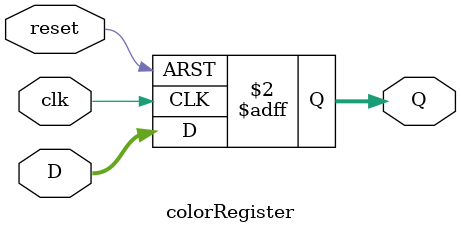
<source format=sv>
module colorRegister (input logic [23:0] D,
							 input logic clk, reset,
							 output logic [23:0] Q);
							 
		always_ff @(negedge clk, posedge reset)
		if (reset) Q <= 'b0;
		else Q <= D;
		
endmodule

</source>
